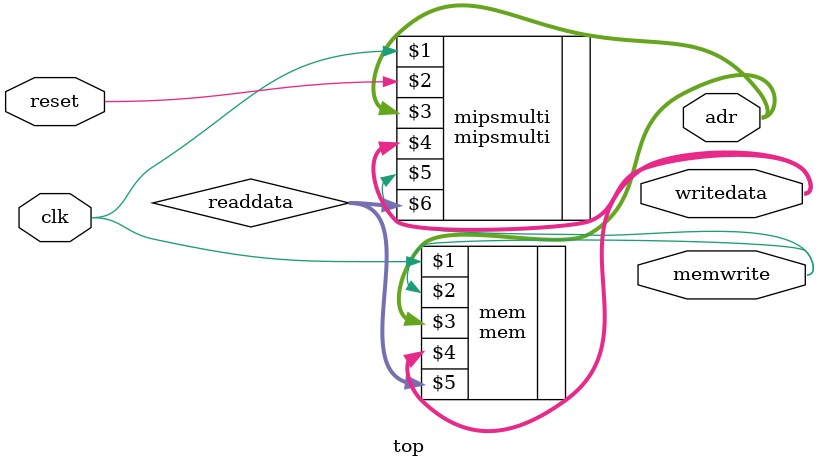
<source format=sv>
module top(
    input logic clk, reset,
    output logic [31:0] writedata, adr,
    output logic memwrite
);
    logic [31:0] readdata;

    mipsmulti mipsmulti(clk, reset, adr, writedata, memwrite, readdata);

    mem mem(clk, memwrite, adr, writedata, readdata);
endmodule
</source>
